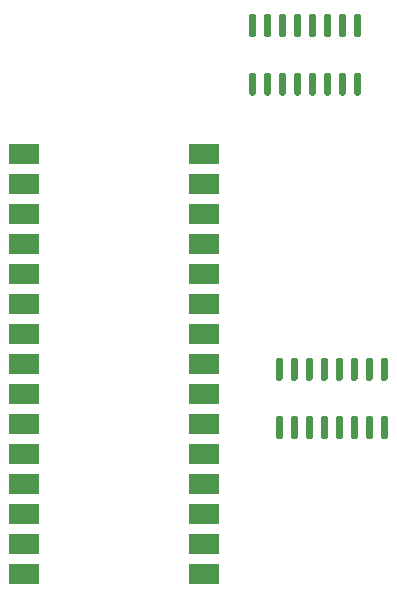
<source format=gbr>
%TF.GenerationSoftware,KiCad,Pcbnew,(6.0.7)*%
%TF.CreationDate,2022-11-17T10:47:32-05:00*%
%TF.ProjectId,double_layer_prototype,646f7562-6c65-45f6-9c61-7965725f7072,rev?*%
%TF.SameCoordinates,Original*%
%TF.FileFunction,Soldermask,Top*%
%TF.FilePolarity,Negative*%
%FSLAX46Y46*%
G04 Gerber Fmt 4.6, Leading zero omitted, Abs format (unit mm)*
G04 Created by KiCad (PCBNEW (6.0.7)) date 2022-11-17 10:47:32*
%MOMM*%
%LPD*%
G01*
G04 APERTURE LIST*
%ADD10R,2.500000X1.750000*%
G04 APERTURE END LIST*
%TO.C,U1*%
G36*
G01*
X82831800Y-127360000D02*
X83131800Y-127360000D01*
G75*
G02*
X83281800Y-127510000I0J-150000D01*
G01*
X83281800Y-129160000D01*
G75*
G02*
X83131800Y-129310000I-150000J0D01*
G01*
X82831800Y-129310000D01*
G75*
G02*
X82681800Y-129160000I0J150000D01*
G01*
X82681800Y-127510000D01*
G75*
G02*
X82831800Y-127360000I150000J0D01*
G01*
G37*
G36*
G01*
X81561800Y-127360000D02*
X81861800Y-127360000D01*
G75*
G02*
X82011800Y-127510000I0J-150000D01*
G01*
X82011800Y-129160000D01*
G75*
G02*
X81861800Y-129310000I-150000J0D01*
G01*
X81561800Y-129310000D01*
G75*
G02*
X81411800Y-129160000I0J150000D01*
G01*
X81411800Y-127510000D01*
G75*
G02*
X81561800Y-127360000I150000J0D01*
G01*
G37*
G36*
G01*
X80291800Y-127360000D02*
X80591800Y-127360000D01*
G75*
G02*
X80741800Y-127510000I0J-150000D01*
G01*
X80741800Y-129160000D01*
G75*
G02*
X80591800Y-129310000I-150000J0D01*
G01*
X80291800Y-129310000D01*
G75*
G02*
X80141800Y-129160000I0J150000D01*
G01*
X80141800Y-127510000D01*
G75*
G02*
X80291800Y-127360000I150000J0D01*
G01*
G37*
G36*
G01*
X79021800Y-127360000D02*
X79321800Y-127360000D01*
G75*
G02*
X79471800Y-127510000I0J-150000D01*
G01*
X79471800Y-129160000D01*
G75*
G02*
X79321800Y-129310000I-150000J0D01*
G01*
X79021800Y-129310000D01*
G75*
G02*
X78871800Y-129160000I0J150000D01*
G01*
X78871800Y-127510000D01*
G75*
G02*
X79021800Y-127360000I150000J0D01*
G01*
G37*
G36*
G01*
X77751800Y-127360000D02*
X78051800Y-127360000D01*
G75*
G02*
X78201800Y-127510000I0J-150000D01*
G01*
X78201800Y-129160000D01*
G75*
G02*
X78051800Y-129310000I-150000J0D01*
G01*
X77751800Y-129310000D01*
G75*
G02*
X77601800Y-129160000I0J150000D01*
G01*
X77601800Y-127510000D01*
G75*
G02*
X77751800Y-127360000I150000J0D01*
G01*
G37*
G36*
G01*
X76481800Y-127360000D02*
X76781800Y-127360000D01*
G75*
G02*
X76931800Y-127510000I0J-150000D01*
G01*
X76931800Y-129160000D01*
G75*
G02*
X76781800Y-129310000I-150000J0D01*
G01*
X76481800Y-129310000D01*
G75*
G02*
X76331800Y-129160000I0J150000D01*
G01*
X76331800Y-127510000D01*
G75*
G02*
X76481800Y-127360000I150000J0D01*
G01*
G37*
G36*
G01*
X75211800Y-127360000D02*
X75511800Y-127360000D01*
G75*
G02*
X75661800Y-127510000I0J-150000D01*
G01*
X75661800Y-129160000D01*
G75*
G02*
X75511800Y-129310000I-150000J0D01*
G01*
X75211800Y-129310000D01*
G75*
G02*
X75061800Y-129160000I0J150000D01*
G01*
X75061800Y-127510000D01*
G75*
G02*
X75211800Y-127360000I150000J0D01*
G01*
G37*
G36*
G01*
X73941800Y-127360000D02*
X74241800Y-127360000D01*
G75*
G02*
X74391800Y-127510000I0J-150000D01*
G01*
X74391800Y-129160000D01*
G75*
G02*
X74241800Y-129310000I-150000J0D01*
G01*
X73941800Y-129310000D01*
G75*
G02*
X73791800Y-129160000I0J150000D01*
G01*
X73791800Y-127510000D01*
G75*
G02*
X73941800Y-127360000I150000J0D01*
G01*
G37*
G36*
G01*
X73941800Y-132310000D02*
X74241800Y-132310000D01*
G75*
G02*
X74391800Y-132460000I0J-150000D01*
G01*
X74391800Y-134110000D01*
G75*
G02*
X74241800Y-134260000I-150000J0D01*
G01*
X73941800Y-134260000D01*
G75*
G02*
X73791800Y-134110000I0J150000D01*
G01*
X73791800Y-132460000D01*
G75*
G02*
X73941800Y-132310000I150000J0D01*
G01*
G37*
G36*
G01*
X75211800Y-132310000D02*
X75511800Y-132310000D01*
G75*
G02*
X75661800Y-132460000I0J-150000D01*
G01*
X75661800Y-134110000D01*
G75*
G02*
X75511800Y-134260000I-150000J0D01*
G01*
X75211800Y-134260000D01*
G75*
G02*
X75061800Y-134110000I0J150000D01*
G01*
X75061800Y-132460000D01*
G75*
G02*
X75211800Y-132310000I150000J0D01*
G01*
G37*
G36*
G01*
X76481800Y-132310000D02*
X76781800Y-132310000D01*
G75*
G02*
X76931800Y-132460000I0J-150000D01*
G01*
X76931800Y-134110000D01*
G75*
G02*
X76781800Y-134260000I-150000J0D01*
G01*
X76481800Y-134260000D01*
G75*
G02*
X76331800Y-134110000I0J150000D01*
G01*
X76331800Y-132460000D01*
G75*
G02*
X76481800Y-132310000I150000J0D01*
G01*
G37*
G36*
G01*
X77751800Y-132310000D02*
X78051800Y-132310000D01*
G75*
G02*
X78201800Y-132460000I0J-150000D01*
G01*
X78201800Y-134110000D01*
G75*
G02*
X78051800Y-134260000I-150000J0D01*
G01*
X77751800Y-134260000D01*
G75*
G02*
X77601800Y-134110000I0J150000D01*
G01*
X77601800Y-132460000D01*
G75*
G02*
X77751800Y-132310000I150000J0D01*
G01*
G37*
G36*
G01*
X79021800Y-132310000D02*
X79321800Y-132310000D01*
G75*
G02*
X79471800Y-132460000I0J-150000D01*
G01*
X79471800Y-134110000D01*
G75*
G02*
X79321800Y-134260000I-150000J0D01*
G01*
X79021800Y-134260000D01*
G75*
G02*
X78871800Y-134110000I0J150000D01*
G01*
X78871800Y-132460000D01*
G75*
G02*
X79021800Y-132310000I150000J0D01*
G01*
G37*
G36*
G01*
X80291800Y-132310000D02*
X80591800Y-132310000D01*
G75*
G02*
X80741800Y-132460000I0J-150000D01*
G01*
X80741800Y-134110000D01*
G75*
G02*
X80591800Y-134260000I-150000J0D01*
G01*
X80291800Y-134260000D01*
G75*
G02*
X80141800Y-134110000I0J150000D01*
G01*
X80141800Y-132460000D01*
G75*
G02*
X80291800Y-132310000I150000J0D01*
G01*
G37*
G36*
G01*
X81561800Y-132310000D02*
X81861800Y-132310000D01*
G75*
G02*
X82011800Y-132460000I0J-150000D01*
G01*
X82011800Y-134110000D01*
G75*
G02*
X81861800Y-134260000I-150000J0D01*
G01*
X81561800Y-134260000D01*
G75*
G02*
X81411800Y-134110000I0J150000D01*
G01*
X81411800Y-132460000D01*
G75*
G02*
X81561800Y-132310000I150000J0D01*
G01*
G37*
G36*
G01*
X82831800Y-132310000D02*
X83131800Y-132310000D01*
G75*
G02*
X83281800Y-132460000I0J-150000D01*
G01*
X83281800Y-134110000D01*
G75*
G02*
X83131800Y-134260000I-150000J0D01*
G01*
X82831800Y-134260000D01*
G75*
G02*
X82681800Y-134110000I0J150000D01*
G01*
X82681800Y-132460000D01*
G75*
G02*
X82831800Y-132310000I150000J0D01*
G01*
G37*
%TD*%
%TO.C,U2*%
G36*
G01*
X80571200Y-98277000D02*
X80871200Y-98277000D01*
G75*
G02*
X81021200Y-98427000I0J-150000D01*
G01*
X81021200Y-100077000D01*
G75*
G02*
X80871200Y-100227000I-150000J0D01*
G01*
X80571200Y-100227000D01*
G75*
G02*
X80421200Y-100077000I0J150000D01*
G01*
X80421200Y-98427000D01*
G75*
G02*
X80571200Y-98277000I150000J0D01*
G01*
G37*
G36*
G01*
X79301200Y-98277000D02*
X79601200Y-98277000D01*
G75*
G02*
X79751200Y-98427000I0J-150000D01*
G01*
X79751200Y-100077000D01*
G75*
G02*
X79601200Y-100227000I-150000J0D01*
G01*
X79301200Y-100227000D01*
G75*
G02*
X79151200Y-100077000I0J150000D01*
G01*
X79151200Y-98427000D01*
G75*
G02*
X79301200Y-98277000I150000J0D01*
G01*
G37*
G36*
G01*
X78031200Y-98277000D02*
X78331200Y-98277000D01*
G75*
G02*
X78481200Y-98427000I0J-150000D01*
G01*
X78481200Y-100077000D01*
G75*
G02*
X78331200Y-100227000I-150000J0D01*
G01*
X78031200Y-100227000D01*
G75*
G02*
X77881200Y-100077000I0J150000D01*
G01*
X77881200Y-98427000D01*
G75*
G02*
X78031200Y-98277000I150000J0D01*
G01*
G37*
G36*
G01*
X76761200Y-98277000D02*
X77061200Y-98277000D01*
G75*
G02*
X77211200Y-98427000I0J-150000D01*
G01*
X77211200Y-100077000D01*
G75*
G02*
X77061200Y-100227000I-150000J0D01*
G01*
X76761200Y-100227000D01*
G75*
G02*
X76611200Y-100077000I0J150000D01*
G01*
X76611200Y-98427000D01*
G75*
G02*
X76761200Y-98277000I150000J0D01*
G01*
G37*
G36*
G01*
X75491200Y-98277000D02*
X75791200Y-98277000D01*
G75*
G02*
X75941200Y-98427000I0J-150000D01*
G01*
X75941200Y-100077000D01*
G75*
G02*
X75791200Y-100227000I-150000J0D01*
G01*
X75491200Y-100227000D01*
G75*
G02*
X75341200Y-100077000I0J150000D01*
G01*
X75341200Y-98427000D01*
G75*
G02*
X75491200Y-98277000I150000J0D01*
G01*
G37*
G36*
G01*
X74221200Y-98277000D02*
X74521200Y-98277000D01*
G75*
G02*
X74671200Y-98427000I0J-150000D01*
G01*
X74671200Y-100077000D01*
G75*
G02*
X74521200Y-100227000I-150000J0D01*
G01*
X74221200Y-100227000D01*
G75*
G02*
X74071200Y-100077000I0J150000D01*
G01*
X74071200Y-98427000D01*
G75*
G02*
X74221200Y-98277000I150000J0D01*
G01*
G37*
G36*
G01*
X72951200Y-98277000D02*
X73251200Y-98277000D01*
G75*
G02*
X73401200Y-98427000I0J-150000D01*
G01*
X73401200Y-100077000D01*
G75*
G02*
X73251200Y-100227000I-150000J0D01*
G01*
X72951200Y-100227000D01*
G75*
G02*
X72801200Y-100077000I0J150000D01*
G01*
X72801200Y-98427000D01*
G75*
G02*
X72951200Y-98277000I150000J0D01*
G01*
G37*
G36*
G01*
X71681200Y-98277000D02*
X71981200Y-98277000D01*
G75*
G02*
X72131200Y-98427000I0J-150000D01*
G01*
X72131200Y-100077000D01*
G75*
G02*
X71981200Y-100227000I-150000J0D01*
G01*
X71681200Y-100227000D01*
G75*
G02*
X71531200Y-100077000I0J150000D01*
G01*
X71531200Y-98427000D01*
G75*
G02*
X71681200Y-98277000I150000J0D01*
G01*
G37*
G36*
G01*
X71681200Y-103227000D02*
X71981200Y-103227000D01*
G75*
G02*
X72131200Y-103377000I0J-150000D01*
G01*
X72131200Y-105027000D01*
G75*
G02*
X71981200Y-105177000I-150000J0D01*
G01*
X71681200Y-105177000D01*
G75*
G02*
X71531200Y-105027000I0J150000D01*
G01*
X71531200Y-103377000D01*
G75*
G02*
X71681200Y-103227000I150000J0D01*
G01*
G37*
G36*
G01*
X72951200Y-103227000D02*
X73251200Y-103227000D01*
G75*
G02*
X73401200Y-103377000I0J-150000D01*
G01*
X73401200Y-105027000D01*
G75*
G02*
X73251200Y-105177000I-150000J0D01*
G01*
X72951200Y-105177000D01*
G75*
G02*
X72801200Y-105027000I0J150000D01*
G01*
X72801200Y-103377000D01*
G75*
G02*
X72951200Y-103227000I150000J0D01*
G01*
G37*
G36*
G01*
X74221200Y-103227000D02*
X74521200Y-103227000D01*
G75*
G02*
X74671200Y-103377000I0J-150000D01*
G01*
X74671200Y-105027000D01*
G75*
G02*
X74521200Y-105177000I-150000J0D01*
G01*
X74221200Y-105177000D01*
G75*
G02*
X74071200Y-105027000I0J150000D01*
G01*
X74071200Y-103377000D01*
G75*
G02*
X74221200Y-103227000I150000J0D01*
G01*
G37*
G36*
G01*
X75491200Y-103227000D02*
X75791200Y-103227000D01*
G75*
G02*
X75941200Y-103377000I0J-150000D01*
G01*
X75941200Y-105027000D01*
G75*
G02*
X75791200Y-105177000I-150000J0D01*
G01*
X75491200Y-105177000D01*
G75*
G02*
X75341200Y-105027000I0J150000D01*
G01*
X75341200Y-103377000D01*
G75*
G02*
X75491200Y-103227000I150000J0D01*
G01*
G37*
G36*
G01*
X76761200Y-103227000D02*
X77061200Y-103227000D01*
G75*
G02*
X77211200Y-103377000I0J-150000D01*
G01*
X77211200Y-105027000D01*
G75*
G02*
X77061200Y-105177000I-150000J0D01*
G01*
X76761200Y-105177000D01*
G75*
G02*
X76611200Y-105027000I0J150000D01*
G01*
X76611200Y-103377000D01*
G75*
G02*
X76761200Y-103227000I150000J0D01*
G01*
G37*
G36*
G01*
X78031200Y-103227000D02*
X78331200Y-103227000D01*
G75*
G02*
X78481200Y-103377000I0J-150000D01*
G01*
X78481200Y-105027000D01*
G75*
G02*
X78331200Y-105177000I-150000J0D01*
G01*
X78031200Y-105177000D01*
G75*
G02*
X77881200Y-105027000I0J150000D01*
G01*
X77881200Y-103377000D01*
G75*
G02*
X78031200Y-103227000I150000J0D01*
G01*
G37*
G36*
G01*
X79301200Y-103227000D02*
X79601200Y-103227000D01*
G75*
G02*
X79751200Y-103377000I0J-150000D01*
G01*
X79751200Y-105027000D01*
G75*
G02*
X79601200Y-105177000I-150000J0D01*
G01*
X79301200Y-105177000D01*
G75*
G02*
X79151200Y-105027000I0J150000D01*
G01*
X79151200Y-103377000D01*
G75*
G02*
X79301200Y-103227000I150000J0D01*
G01*
G37*
G36*
G01*
X80571200Y-103227000D02*
X80871200Y-103227000D01*
G75*
G02*
X81021200Y-103377000I0J-150000D01*
G01*
X81021200Y-105027000D01*
G75*
G02*
X80871200Y-105177000I-150000J0D01*
G01*
X80571200Y-105177000D01*
G75*
G02*
X80421200Y-105027000I0J150000D01*
G01*
X80421200Y-103377000D01*
G75*
G02*
X80571200Y-103227000I150000J0D01*
G01*
G37*
%TD*%
D10*
%TO.C,A1*%
X67731800Y-145719800D03*
X67731800Y-143179800D03*
X67731800Y-140639800D03*
X67731800Y-138099800D03*
X67731800Y-135559800D03*
X67731800Y-133019800D03*
X67731800Y-130479800D03*
X67731800Y-127939800D03*
X67731800Y-125399800D03*
X67731800Y-122859800D03*
X67731800Y-120319800D03*
X67731800Y-117779800D03*
X67731800Y-115239800D03*
X67731800Y-112699800D03*
X67731800Y-110159800D03*
X52491800Y-110159800D03*
X52491800Y-112699800D03*
X52491800Y-115239800D03*
X52491800Y-117779800D03*
X52491800Y-120319800D03*
X52491800Y-122859800D03*
X52491800Y-125399800D03*
X52491800Y-127939800D03*
X52491800Y-130479800D03*
X52491800Y-133019800D03*
X52491800Y-135559800D03*
X52491800Y-138099800D03*
X52491800Y-140639800D03*
X52491800Y-143179800D03*
X52491800Y-145719800D03*
%TD*%
M02*

</source>
